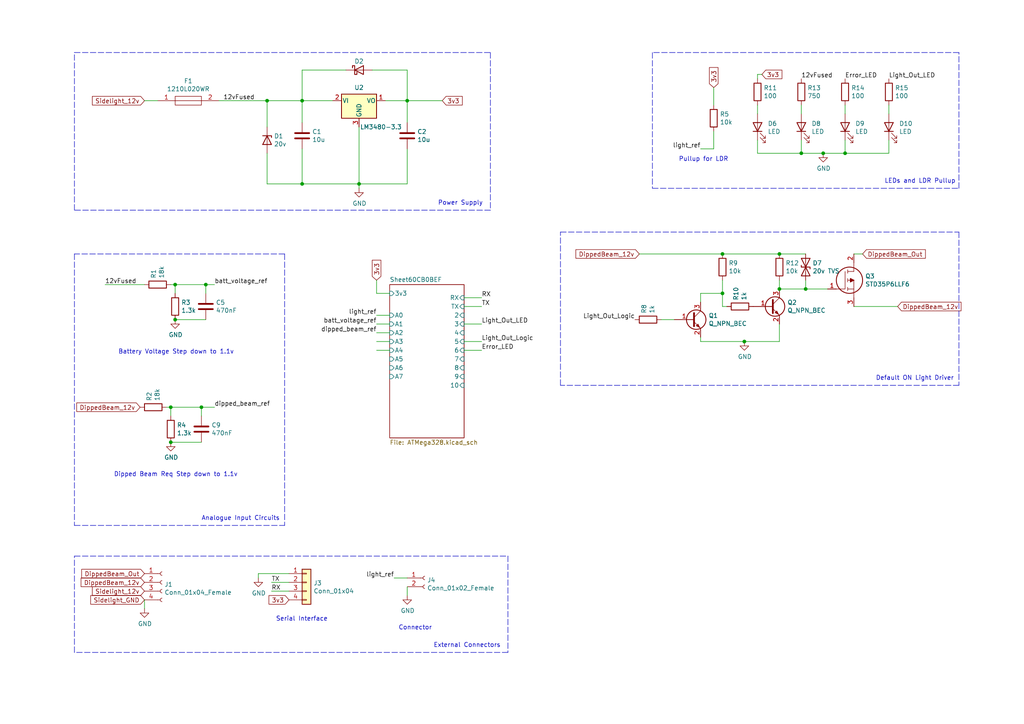
<source format=kicad_sch>
(kicad_sch (version 20211123) (generator eeschema)
  (paper "A4")
  (lib_symbols
    (symbol "Connector:Conn_01x02_Female" (pin_names (offset 1.016) hide)
      (property "Reference" "J" (at 0 2.54 0))
      (property "Value" "Conn_01x02_Female" (at 0 -5.08 0))
      (symbol "Conn_01x02_Female_1_1"
        (arc (start 0 -2.032) (mid -0.508 -2.54) (end 0 -3.048) (stroke (width 0.1524)))
        (polyline (pts (xy -1.27 -2.54) (xy -0.508 -2.54)) (stroke (width 0.1524)))
        (polyline (pts (xy -1.27 0) (xy -0.508 0)) (stroke (width 0.1524)))
        (arc (start 0 0.508) (mid -0.508 0) (end 0 -0.508) (stroke (width 0.1524)))
        (pin passive line (at -5.08 0 0) (length 3.81) (name "Pin_1") (number "1"))
        (pin passive line (at -5.08 -2.54 0) (length 3.81) (name "Pin_2") (number "2"))
      )
    )
    (symbol "Connector:Conn_01x04_Female" (pin_names (offset 1.016) hide)
      (property "Reference" "J" (at 0 5.08 0))
      (property "Value" "Conn_01x04_Female" (at 0 -7.62 0))
      (symbol "Conn_01x04_Female_1_1"
        (arc (start 0 -4.572) (mid -0.508 -5.08) (end 0 -5.588) (stroke (width 0.1524)))
        (arc (start 0 -2.032) (mid -0.508 -2.54) (end 0 -3.048) (stroke (width 0.1524)))
        (polyline (pts (xy -1.27 -5.08) (xy -0.508 -5.08)) (stroke (width 0.1524)))
        (polyline (pts (xy -1.27 -2.54) (xy -0.508 -2.54)) (stroke (width 0.1524)))
        (polyline (pts (xy -1.27 0) (xy -0.508 0)) (stroke (width 0.1524)))
        (polyline (pts (xy -1.27 2.54) (xy -0.508 2.54)) (stroke (width 0.1524)))
        (arc (start 0 0.508) (mid -0.508 0) (end 0 -0.508) (stroke (width 0.1524)))
        (arc (start 0 3.048) (mid -0.508 2.54) (end 0 2.032) (stroke (width 0.1524)))
        (pin passive line (at -5.08 2.54 0) (length 3.81) (name "Pin_1") (number "1"))
        (pin passive line (at -5.08 0 0) (length 3.81) (name "Pin_2") (number "2"))
        (pin passive line (at -5.08 -2.54 0) (length 3.81) (name "Pin_3") (number "3"))
        (pin passive line (at -5.08 -5.08 0) (length 3.81) (name "Pin_4") (number "4"))
      )
    )
    (symbol "Connector_Generic:Conn_01x04" (pin_names (offset 1.016) hide)
      (property "Reference" "J" (at 0 5.08 0))
      (property "Value" "Conn_01x04" (at 0 -7.62 0))
      (symbol "Conn_01x04_1_1"
        (rectangle (start -1.27 -4.953) (end 0 -5.207) (stroke (width 0.1524)))
        (rectangle (start -1.27 -2.413) (end 0 -2.667) (stroke (width 0.1524)))
        (rectangle (start -1.27 0.127) (end 0 -0.127) (stroke (width 0.1524)))
        (rectangle (start -1.27 2.667) (end 0 2.413) (stroke (width 0.1524)))
        (rectangle (start -1.27 3.81) (end 1.27 -6.35) (stroke (width 0.254)) (fill (type background)))
        (pin passive line (at -5.08 2.54 0) (length 3.81) (name "Pin_1") (number "1"))
        (pin passive line (at -5.08 0 0) (length 3.81) (name "Pin_2") (number "2"))
        (pin passive line (at -5.08 -2.54 0) (length 3.81) (name "Pin_3") (number "3"))
        (pin passive line (at -5.08 -5.08 0) (length 3.81) (name "Pin_4") (number "4"))
      )
    )
    (symbol "Device:C" (pin_numbers hide) (pin_names (offset 0.254))
      (property "Reference" "C" (at 0.635 2.54 0))
      (property "Value" "C" (at 0.635 -2.54 0))
      (symbol "C_0_1"
        (polyline (pts (xy -2.032 -0.762) (xy 2.032 -0.762)) (stroke (width 0.508)))
        (polyline (pts (xy -2.032 0.762) (xy 2.032 0.762)) (stroke (width 0.508)))
      )
      (symbol "C_1_1"
        (pin passive line (at 0 3.81 270) (length 2.794) (name "~") (number "1"))
        (pin passive line (at 0 -3.81 90) (length 2.794) (name "~") (number "2"))
      )
    )
    (symbol "Device:D_Schottky" (pin_numbers hide) (pin_names (offset 1.016) hide)
      (property "Reference" "D" (at 0 2.54 0))
      (property "Value" "D_Schottky" (at 0 -2.54 0))
      (symbol "D_Schottky_0_1"
        (polyline (pts (xy 1.27 0) (xy -1.27 0)))
        (polyline (pts (xy 1.27 1.27) (xy 1.27 -1.27) (xy -1.27 0) (xy 1.27 1.27)) (stroke (width 0.254)))
        (polyline (pts (xy -1.905 0.635) (xy -1.905 1.27) (xy -1.27 1.27) (xy -1.27 -1.27) (xy -0.635 -1.27) (xy -0.635 -0.635)) (stroke (width 0.254)))
      )
      (symbol "D_Schottky_1_1"
        (pin passive line (at -3.81 0 0) (length 2.54) (name "K") (number "1"))
        (pin passive line (at 3.81 0 180) (length 2.54) (name "A") (number "2"))
      )
    )
    (symbol "Device:D_TVS" (pin_numbers hide) (pin_names (offset 1.016) hide)
      (property "Reference" "D" (at 0 2.54 0))
      (property "Value" "D_TVS" (at 0 -2.54 0))
      (symbol "D_TVS_0_1"
        (polyline (pts (xy 1.27 0) (xy -1.27 0)))
        (polyline (pts (xy 0.508 1.27) (xy 0 1.27) (xy 0 -1.27) (xy -0.508 -1.27)) (stroke (width 0.254)))
        (polyline (pts (xy -2.54 1.27) (xy -2.54 -1.27) (xy 2.54 1.27) (xy 2.54 -1.27) (xy -2.54 1.27)) (stroke (width 0.254)))
      )
      (symbol "D_TVS_1_1"
        (pin passive line (at -3.81 0 0) (length 2.54) (name "A1") (number "1"))
        (pin passive line (at 3.81 0 180) (length 2.54) (name "A2") (number "2"))
      )
    )
    (symbol "Device:D_Zener" (pin_numbers hide) (pin_names (offset 1.016) hide)
      (property "Reference" "D" (at 0 2.54 0))
      (property "Value" "D_Zener" (at 0 -2.54 0))
      (symbol "D_Zener_0_1"
        (polyline (pts (xy 1.27 0) (xy -1.27 0)))
        (polyline (pts (xy -1.27 -1.27) (xy -1.27 1.27) (xy -0.762 1.27)) (stroke (width 0.254)))
        (polyline (pts (xy 1.27 -1.27) (xy 1.27 1.27) (xy -1.27 0) (xy 1.27 -1.27)) (stroke (width 0.254)))
      )
      (symbol "D_Zener_1_1"
        (pin passive line (at -3.81 0 0) (length 2.54) (name "K") (number "1"))
        (pin passive line (at 3.81 0 180) (length 2.54) (name "A") (number "2"))
      )
    )
    (symbol "Device:LED" (pin_numbers hide) (pin_names (offset 1.016) hide)
      (property "Reference" "D" (at 0 2.54 0))
      (property "Value" "LED" (at 0 -2.54 0))
      (symbol "LED_0_1"
        (polyline (pts (xy -1.27 -1.27) (xy -1.27 1.27)) (stroke (width 0.254)))
        (polyline (pts (xy -1.27 0) (xy 1.27 0)))
        (polyline (pts (xy 1.27 -1.27) (xy 1.27 1.27) (xy -1.27 0) (xy 1.27 -1.27)) (stroke (width 0.254)))
        (polyline (pts (xy -3.048 -0.762) (xy -4.572 -2.286) (xy -3.81 -2.286) (xy -4.572 -2.286) (xy -4.572 -1.524)))
        (polyline (pts (xy -1.778 -0.762) (xy -3.302 -2.286) (xy -2.54 -2.286) (xy -3.302 -2.286) (xy -3.302 -1.524)))
      )
      (symbol "LED_1_1"
        (pin passive line (at -3.81 0 0) (length 2.54) (name "K") (number "1"))
        (pin passive line (at 3.81 0 180) (length 2.54) (name "A") (number "2"))
      )
    )
    (symbol "Device:Q_NPN_BEC" (pin_names (offset 0) hide)
      (property "Reference" "Q" (at 5.08 1.27 0))
      (property "Value" "Q_NPN_BEC" (at 5.08 -1.27 0))
      (symbol "Q_NPN_BEC_0_1"
        (polyline (pts (xy 0.635 0.635) (xy 2.54 2.54)))
        (polyline (pts (xy 0.635 -0.635) (xy 2.54 -2.54) (xy 2.54 -2.54)))
        (polyline (pts (xy 0.635 1.905) (xy 0.635 -1.905) (xy 0.635 -1.905)) (stroke (width 0.508)))
        (polyline (pts (xy 1.27 -1.778) (xy 1.778 -1.27) (xy 2.286 -2.286) (xy 1.27 -1.778) (xy 1.27 -1.778)) (fill (type outline)))
        (circle (center 1.27 0) (radius 2.8194) (stroke (width 0.254)))
      )
      (symbol "Q_NPN_BEC_1_1"
        (pin input line (at -5.08 0 0) (length 5.715) (name "B") (number "1"))
        (pin passive line (at 2.54 -5.08 90) (length 2.54) (name "E") (number "2"))
        (pin passive line (at 2.54 5.08 270) (length 2.54) (name "C") (number "3"))
      )
    )
    (symbol "Device:R" (pin_numbers hide) (pin_names (offset 0))
      (property "Reference" "R" (at 2.032 0 90))
      (property "Value" "R" (at 0 0 90))
      (symbol "R_0_1"
        (rectangle (start -1.016 -2.54) (end 1.016 2.54) (stroke (width 0.254)))
      )
      (symbol "R_1_1"
        (pin passive line (at 0 3.81 270) (length 1.27) (name "~") (number "1"))
        (pin passive line (at 0 -3.81 90) (length 1.27) (name "~") (number "2"))
      )
    )
    (symbol "LightMinderSMD-rescue:1210L020WR-SamacSys_Parts" (pin_names (offset 0.762))
      (property "Reference" "F" (at 13.97 6.35 0))
      (property "Value" "1210L020WR-SamacSys_Parts" (at 13.97 3.81 0))
      (symbol "1210L020WR-SamacSys_Parts_0_0"
        (pin passive line (at 0 0 0) (length 5.08) (name "~") (number "1"))
        (pin passive line (at 17.78 0 180) (length 5.08) (name "~") (number "2"))
      )
      (symbol "1210L020WR-SamacSys_Parts_0_1"
        (polyline (pts (xy 5.08 0) (xy 12.7 0)) (stroke (width 0.1524)))
        (polyline (pts (xy 5.08 1.27) (xy 12.7 1.27) (xy 12.7 -1.27) (xy 5.08 -1.27) (xy 5.08 1.27)) (stroke (width 0.1524)))
      )
    )
    (symbol "LightMinderSMD-rescue:STD35P6LLF6-SamacSys_Parts" (pin_names (offset 0.762))
      (property "Reference" "Q" (at 11.43 3.81 0))
      (property "Value" "STD35P6LLF6-SamacSys_Parts" (at 11.43 1.27 0))
      (symbol "STD35P6LLF6-SamacSys_Parts_0_0"
        (pin passive line (at 0 0 0) (length 2.54) (name "~") (number "1"))
        (pin passive line (at 7.62 10.16 270) (length 2.54) (name "~") (number "2"))
        (pin passive line (at 7.62 -5.08 90) (length 2.54) (name "~") (number "3"))
      )
      (symbol "STD35P6LLF6-SamacSys_Parts_0_1"
        (polyline (pts (xy 5.842 -0.508) (xy 5.842 0.508)) (stroke (width 0.1524)))
        (polyline (pts (xy 5.842 0) (xy 7.62 0)) (stroke (width 0.1524)))
        (polyline (pts (xy 5.842 2.032) (xy 5.842 3.048)) (stroke (width 0.1524)))
        (polyline (pts (xy 5.842 5.588) (xy 5.842 4.572)) (stroke (width 0.1524)))
        (polyline (pts (xy 7.62 2.54) (xy 5.842 2.54)) (stroke (width 0.1524)))
        (polyline (pts (xy 7.62 2.54) (xy 7.62 -2.54)) (stroke (width 0.1524)))
        (polyline (pts (xy 7.62 5.08) (xy 5.842 5.08)) (stroke (width 0.1524)))
        (polyline (pts (xy 7.62 5.08) (xy 7.62 7.62)) (stroke (width 0.1524)))
        (polyline (pts (xy 2.54 0) (xy 5.08 0) (xy 5.08 5.08)) (stroke (width 0.1524)))
        (polyline (pts (xy 7.62 2.54) (xy 6.604 3.048) (xy 6.604 2.032) (xy 7.62 2.54)) (stroke (width 0.254)) (fill (type outline)))
        (circle (center 6.35 2.54) (radius 3.81) (stroke (width 0.254)))
      )
    )
    (symbol "Regulator_Linear:LM3480-3.3" (pin_names (offset 0.254))
      (property "Reference" "U" (at -3.81 3.175 0))
      (property "Value" "LM3480-3.3" (at 0 3.175 0))
      (symbol "LM3480-3.3_0_1"
        (rectangle (start -5.08 1.905) (end 5.08 -5.08) (stroke (width 0.254)) (fill (type background)))
      )
      (symbol "LM3480-3.3_1_1"
        (pin power_out line (at 7.62 0 180) (length 2.54) (name "VO") (number "1"))
        (pin power_in line (at -7.62 0 0) (length 2.54) (name "VI") (number "2"))
        (pin power_in line (at 0 -7.62 90) (length 2.54) (name "GND") (number "3"))
      )
    )
    (symbol "power:GND" (power) (pin_names (offset 0))
      (property "Value" "GND" (at 0 -3.81 0))
      (symbol "GND_0_1"
        (polyline (pts (xy 0 0) (xy 0 -1.27) (xy 1.27 -1.27) (xy 0 -2.54) (xy -1.27 -1.27) (xy 0 -1.27)))
      )
      (symbol "GND_1_1"
        (pin power_in line (at 0 0 270) (length 0) hide (name "GND") (number "1"))
      )
    )
  )
  (junction (at 233.68 83.82))
  (junction (at 49.53 118.11))
  (junction (at 59.69 82.55))
  (junction (at 245.11 44.45))
  (junction (at 232.41 44.45))
  (junction (at 50.8 82.55))
  (junction (at 215.9 99.06))
  (junction (at 209.55 85.09))
  (junction (at 226.06 73.66))
  (junction (at 50.8 92.71))
  (junction (at 77.47 29.21))
  (junction (at 118.11 29.21))
  (junction (at 104.14 53.34))
  (junction (at 49.53 128.27))
  (junction (at 87.63 53.34))
  (junction (at 87.63 29.21))
  (junction (at 238.76 44.45))
  (junction (at 209.55 73.66))
  (junction (at 226.06 83.82))
  (junction (at 58.42 118.11))
  (wire (pts (xy 219.71 40.64) (xy 219.71 44.45)))
  (wire (pts (xy 245.11 44.45) (xy 238.76 44.45)))
  (wire (pts (xy 203.2 99.06) (xy 215.9 99.06)))
  (polyline (pts (xy 82.55 73.66) (xy 82.55 152.4)))
  (wire (pts (xy 50.8 82.55) (xy 50.8 85.09)))
  (wire (pts (xy 77.47 29.21) (xy 87.63 29.21)))
  (wire (pts (xy 233.68 81.28) (xy 233.68 83.82)))
  (wire (pts (xy 118.11 20.32) (xy 118.11 29.21)))
  (polyline (pts (xy 82.55 73.66) (xy 21.59 73.66)))
  (wire (pts (xy 104.14 54.61) (xy 104.14 53.34)))
  (wire (pts (xy 87.63 20.32) (xy 87.63 29.21)))
  (wire (pts (xy 74.93 166.37) (xy 74.93 167.64)))
  (wire (pts (xy 74.93 166.37) (xy 83.82 166.37)))
  (wire (pts (xy 50.8 82.55) (xy 59.69 82.55)))
  (wire (pts (xy 226.06 81.28) (xy 226.06 83.82)))
  (wire (pts (xy 209.55 73.66) (xy 226.06 73.66)))
  (wire (pts (xy 128.27 29.21) (xy 118.11 29.21)))
  (wire (pts (xy 30.48 82.55) (xy 41.91 82.55)))
  (polyline (pts (xy 278.13 111.76) (xy 162.56 111.76)))
  (wire (pts (xy 233.68 83.82) (xy 240.03 83.82)))
  (wire (pts (xy 87.63 29.21) (xy 87.63 35.56)))
  (wire (pts (xy 245.11 33.02) (xy 245.11 30.48)))
  (polyline (pts (xy 278.13 67.31) (xy 278.13 111.76)))
  (wire (pts (xy 134.62 99.06) (xy 139.7 99.06)))
  (wire (pts (xy 257.81 44.45) (xy 257.81 40.64)))
  (wire (pts (xy 59.69 85.09) (xy 59.69 82.55)))
  (polyline (pts (xy 142.24 15.24) (xy 142.24 60.96)))
  (wire (pts (xy 77.47 53.34) (xy 87.63 53.34)))
  (polyline (pts (xy 278.13 54.61) (xy 278.13 15.24)))
  (wire (pts (xy 118.11 35.56) (xy 118.11 29.21)))
  (wire (pts (xy 207.01 38.1) (xy 207.01 43.18)))
  (polyline (pts (xy 21.59 73.66) (xy 21.59 152.4)))
  (wire (pts (xy 226.06 83.82) (xy 233.68 83.82)))
  (wire (pts (xy 232.41 44.45) (xy 219.71 44.45)))
  (wire (pts (xy 59.69 92.71) (xy 50.8 92.71)))
  (polyline (pts (xy 21.59 15.24) (xy 142.24 15.24)))
  (wire (pts (xy 219.71 33.02) (xy 219.71 30.48)))
  (polyline (pts (xy 142.24 60.96) (xy 21.59 60.96)))
  (wire (pts (xy 118.11 53.34) (xy 118.11 43.18)))
  (wire (pts (xy 87.63 43.18) (xy 87.63 53.34)))
  (wire (pts (xy 78.74 168.91) (xy 83.82 168.91)))
  (wire (pts (xy 113.03 85.09) (xy 109.22 85.09)))
  (polyline (pts (xy 21.59 189.23) (xy 21.59 161.29)))
  (wire (pts (xy 111.76 29.21) (xy 118.11 29.21)))
  (wire (pts (xy 96.52 29.21) (xy 87.63 29.21)))
  (wire (pts (xy 134.62 93.98) (xy 139.7 93.98)))
  (wire (pts (xy 185.42 73.66) (xy 209.55 73.66)))
  (wire (pts (xy 245.11 40.64) (xy 245.11 44.45)))
  (wire (pts (xy 245.11 44.45) (xy 257.81 44.45)))
  (wire (pts (xy 109.22 99.06) (xy 113.03 99.06)))
  (wire (pts (xy 41.91 173.99) (xy 41.91 176.53)))
  (wire (pts (xy 48.26 118.11) (xy 49.53 118.11)))
  (wire (pts (xy 203.2 87.63) (xy 203.2 85.09)))
  (wire (pts (xy 49.53 118.11) (xy 58.42 118.11)))
  (wire (pts (xy 226.06 73.66) (xy 233.68 73.66)))
  (polyline (pts (xy 21.59 152.4) (xy 82.55 152.4)))
  (wire (pts (xy 109.22 93.98) (xy 113.03 93.98)))
  (wire (pts (xy 100.33 20.32) (xy 87.63 20.32)))
  (wire (pts (xy 113.03 101.6) (xy 109.22 101.6)))
  (wire (pts (xy 209.55 88.9) (xy 210.82 88.9)))
  (wire (pts (xy 78.74 171.45) (xy 83.82 171.45)))
  (wire (pts (xy 247.65 73.66) (xy 250.19 73.66)))
  (wire (pts (xy 134.62 101.6) (xy 139.7 101.6)))
  (wire (pts (xy 139.7 86.36) (xy 134.62 86.36)))
  (wire (pts (xy 203.2 97.79) (xy 203.2 99.06)))
  (wire (pts (xy 104.14 36.83) (xy 104.14 53.34)))
  (wire (pts (xy 139.7 88.9) (xy 134.62 88.9)))
  (wire (pts (xy 238.76 44.45) (xy 232.41 44.45)))
  (wire (pts (xy 232.41 33.02) (xy 232.41 30.48)))
  (wire (pts (xy 49.53 82.55) (xy 50.8 82.55)))
  (wire (pts (xy 49.53 118.11) (xy 49.53 120.65)))
  (wire (pts (xy 118.11 170.18) (xy 118.11 172.72)))
  (wire (pts (xy 118.11 167.64) (xy 114.3 167.64)))
  (wire (pts (xy 232.41 40.64) (xy 232.41 44.45)))
  (wire (pts (xy 203.2 85.09) (xy 209.55 85.09)))
  (wire (pts (xy 257.81 33.02) (xy 257.81 30.48)))
  (wire (pts (xy 219.71 21.59) (xy 219.71 22.86)))
  (wire (pts (xy 203.2 43.18) (xy 207.01 43.18)))
  (polyline (pts (xy 189.23 54.61) (xy 278.13 54.61)))
  (wire (pts (xy 109.22 91.44) (xy 113.03 91.44)))
  (wire (pts (xy 215.9 99.06) (xy 226.06 99.06)))
  (wire (pts (xy 226.06 99.06) (xy 226.06 93.98)))
  (wire (pts (xy 58.42 118.11) (xy 62.23 118.11)))
  (wire (pts (xy 59.69 82.55) (xy 62.23 82.55)))
  (wire (pts (xy 220.98 21.59) (xy 219.71 21.59)))
  (wire (pts (xy 77.47 53.34) (xy 77.47 44.45)))
  (polyline (pts (xy 189.23 15.24) (xy 189.23 54.61)))
  (wire (pts (xy 87.63 53.34) (xy 104.14 53.34)))
  (wire (pts (xy 207.01 25.4) (xy 207.01 30.48)))
  (polyline (pts (xy 21.59 161.29) (xy 147.32 161.29)))
  (wire (pts (xy 58.42 120.65) (xy 58.42 118.11)))
  (wire (pts (xy 104.14 53.34) (xy 118.11 53.34)))
  (polyline (pts (xy 147.32 161.29) (xy 147.32 189.23)))
  (wire (pts (xy 63.5 29.21) (xy 77.47 29.21)))
  (wire (pts (xy 209.55 81.28) (xy 209.55 85.09)))
  (wire (pts (xy 58.42 128.27) (xy 49.53 128.27)))
  (wire (pts (xy 109.22 96.52) (xy 113.03 96.52)))
  (wire (pts (xy 209.55 85.09) (xy 209.55 88.9)))
  (polyline (pts (xy 278.13 15.24) (xy 189.23 15.24)))
  (wire (pts (xy 109.22 81.28) (xy 109.22 85.09)))
  (wire (pts (xy 247.65 88.9) (xy 260.35 88.9)))
  (polyline (pts (xy 162.56 67.31) (xy 278.13 67.31)))
  (polyline (pts (xy 21.59 60.96) (xy 21.59 15.24)))
  (wire (pts (xy 77.47 36.83) (xy 77.47 29.21)))
  (wire (pts (xy 191.77 92.71) (xy 195.58 92.71)))
  (wire (pts (xy 107.95 20.32) (xy 118.11 20.32)))
  (wire (pts (xy 45.72 29.21) (xy 41.91 29.21)))
  (polyline (pts (xy 162.56 111.76) (xy 162.56 67.31)))
  (polyline (pts (xy 147.32 189.23) (xy 21.59 189.23)))
  (text "V0.4 Changelog:\n- Added reverse currrent protection to LDO vi Schottkey Diode\n- Moved Light_Out_Logic and Error_Led Nets to PWM capable MCU pins" (at 302.26 22.86 0) (effects (font (size 1.27 1.27)) (justify left bottom)))
  (text "Pullup for LDR" (at 196.85 46.99 0) (effects (font (size 1.27 1.27)) (justify left bottom)))
  (text "TODO:\nAdd thermistor next to MOSFET to check for overheating.\nFind a lower Ron MOSFET!\n" (at 302.26 12.7 0) (effects (font (size 1.27 1.27)) (justify left bottom)))
  (text "Power Supply" (at 127 59.69 0) (effects (font (size 1.27 1.27)) (justify left bottom)))
  (text "Dipped Beam Req Step down to 1.1v" (at 33.02 138.43 0) (effects (font (size 1.27 1.27)) (justify left bottom)))
  (text "Default ON Light Driver" (at 254 110.49 0) (effects (font (size 1.27 1.27)) (justify left bottom)))
  (text "LEDs and LDR Pullup" (at 256.54 53.34 0) (effects (font (size 1.27 1.27)) (justify left bottom)))
  (text "Connector" (at 115.57 182.88 0) (effects (font (size 1.27 1.27)) (justify left bottom)))
  (text "Analogue Input Circuits" (at 58.42 151.13 0) (effects (font (size 1.27 1.27)) (justify left bottom)))
  (text "Battery Voltage Step down to 1.1v" (at 34.29 102.87 0) (effects (font (size 1.27 1.27)) (justify left bottom)))
  (text "External Connectors" (at 125.73 187.96 0) (effects (font (size 1.27 1.27)) (justify left bottom)))
  (text "Serial Interface" (at 80.01 180.34 0) (effects (font (size 1.27 1.27)) (justify left bottom)))
  (label "12vFused" (at 232.41 22.86 0))
  (label "dipped_beam_ref" (at 109.22 96.52 180))
  (label "Light_Out_LED" (at 139.7 93.98 0))
  (label "12vFused" (at 30.48 82.55 0))
  (label "TX" (at 78.74 168.91 0))
  (label "12vFused" (at 64.77 29.21 0))
  (label "light_ref" (at 114.3 167.64 180))
  (label "RX" (at 78.74 171.45 0))
  (label "batt_voltage_ref" (at 62.23 82.55 0))
  (label "light_ref" (at 109.22 91.44 180))
  (label "Light_Out_Logic" (at 139.7 99.06 0))
  (label "batt_voltage_ref" (at 109.22 93.98 180))
  (label "light_ref" (at 203.2 43.18 180))
  (label "Light_Out_LED" (at 257.81 22.86 0))
  (label "Light_Out_Logic" (at 184.15 92.71 180))
  (label "Error_LED" (at 139.7 101.6 0))
  (label "RX" (at 139.7 86.36 0))
  (label "TX" (at 139.7 88.9 0))
  (label "dipped_beam_ref" (at 62.23 118.11 0))
  (label "Error_LED" (at 245.11 22.86 0))
  (global_label "Sidelight_12v" (shape input) (at 41.91 171.45 180) (property "Intersheet References" "${INTERSHEET_REFS}" (effects hide)))
  (global_label "3v3" (shape input) (at 109.22 81.28 90) (property "Intersheet References" "${INTERSHEET_REFS}" (effects hide)))
  (global_label "DippedBeam_12v" (shape input) (at 41.91 168.91 180) (property "Intersheet References" "${INTERSHEET_REFS}" (effects hide)))
  (global_label "3v3" (shape input) (at 207.01 25.4 90) (property "Intersheet References" "${INTERSHEET_REFS}" (effects hide)))
  (global_label "3v3" (shape input) (at 128.27 29.21 0) (property "Intersheet References" "${INTERSHEET_REFS}" (effects hide)))
  (global_label "Sidelight_GND" (shape input) (at 41.91 173.99 180) (property "Intersheet References" "${INTERSHEET_REFS}" (effects hide)))
  (global_label "DippedBeam_12v" (shape input) (at 260.35 88.9 0) (property "Intersheet References" "${INTERSHEET_REFS}" (effects hide)))
  (global_label "3v3" (shape input) (at 83.82 173.99 180) (property "Intersheet References" "${INTERSHEET_REFS}" (effects hide)))
  (global_label "DippedBeam_Out" (shape input) (at 41.91 166.37 180) (property "Intersheet References" "${INTERSHEET_REFS}" (effects hide)))
  (global_label "DippedBeam_12v" (shape input) (at 40.64 118.11 180) (property "Intersheet References" "${INTERSHEET_REFS}" (effects hide)))
  (global_label "DippedBeam_Out" (shape input) (at 250.19 73.66 0) (property "Intersheet References" "${INTERSHEET_REFS}" (effects hide)))
  (global_label "Sidelight_12v" (shape input) (at 41.91 29.21 180) (property "Intersheet References" "${INTERSHEET_REFS}" (effects hide)))
  (global_label "DippedBeam_12v" (shape input) (at 185.42 73.66 180) (property "Intersheet References" "${INTERSHEET_REFS}" (effects hide)))
  (global_label "3v3" (shape input) (at 220.98 21.59 0) (property "Intersheet References" "${INTERSHEET_REFS}" (effects hide)))
  (symbol (lib_id "Device:R") (at 45.72 82.55 90) (unit 1)
    (property "Reference" "R1" (at 44.5516 80.772 0) (effects (justify left)))
    (property "Value" "18k" (at 46.863 80.772 0) (effects (justify left)))
    (property "Footprint" "Resistor_SMD:R_0603_1608Metric" (effects hide))
  )
  (symbol (lib_id "Device:R") (at 50.8 88.9 0) (unit 1)
    (property "Reference" "R3" (at 52.578 87.7316 0) (effects (justify left)))
    (property "Value" "1.3k" (at 52.578 90.043 0) (effects (justify left)))
    (property "Footprint" "Resistor_SMD:R_0603_1608Metric" (effects hide))
  )
  (symbol (lib_id "Device:C") (at 87.63 39.37 0) (unit 1)
    (property "Reference" "C1" (at 90.551 38.2016 0) (effects (justify left)))
    (property "Value" "10u" (at 90.551 40.513 0) (effects (justify left)))
    (property "Footprint" "Capacitor_SMD:C_0603_1608Metric" (effects hide))
    (property "Datasheet" "https://uk.rs-online.com/web/p/tantalum-capacitors/6843901/" (effects hide))
  )
  (symbol (lib_id "Device:C") (at 118.11 39.37 0) (unit 1)
    (property "Reference" "C2" (at 121.031 38.2016 0) (effects (justify left)))
    (property "Value" "10u" (at 121.031 40.513 0) (effects (justify left)))
    (property "Footprint" "Capacitor_SMD:C_0603_1608Metric" (effects hide))
  )
  (symbol (lib_id "Device:R") (at 49.53 124.46 0) (unit 1)
    (property "Reference" "R4" (at 51.308 123.2916 0) (effects (justify left)))
    (property "Value" "1.3k" (at 51.308 125.603 0) (effects (justify left)))
    (property "Footprint" "Resistor_SMD:R_0603_1608Metric" (effects hide))
  )
  (symbol (lib_id "power:GND") (at 50.8 92.71 0) (unit 1)
    (property "Reference" "#PWR0102" (effects hide))
    (property "Value" "GND" (at 50.927 97.1042 0))
  )
  (symbol (lib_id "power:GND") (at 118.11 172.72 0) (unit 1)
    (property "Reference" "#PWR0108" (effects hide))
    (property "Value" "GND" (at 118.237 177.1142 0))
  )
  (symbol (lib_id "power:GND") (at 104.14 54.61 0) (unit 1)
    (property "Reference" "#PWR0101" (effects hide))
    (property "Value" "GND" (at 104.267 59.0042 0))
  )
  (symbol (lib_id "Device:D_Zener") (at 77.47 40.64 270) (unit 1)
    (property "Reference" "D1" (at 79.4766 39.4716 90) (effects (justify left)))
    (property "Value" "20v" (at 79.4766 41.783 90) (effects (justify left)))
    (property "Footprint" "Diode_SMD:D_SOD-323F" (effects hide))
    (property "Datasheet" "https://docs.rs-online.com/5cb5/0900766b815f3866.pdf" (effects hide))
    (property "RS PN" "151-2826" (effects hide))
  )
  (symbol (lib_id "power:GND") (at 74.93 167.64 0) (unit 1)
    (property "Reference" "#PWR0114" (effects hide))
    (property "Value" "GND" (at 75.057 172.0342 0))
  )
  (symbol (lib_id "Device:R") (at 207.01 34.29 0) (unit 1)
    (property "Reference" "R5" (at 208.788 33.1216 0) (effects (justify left)))
    (property "Value" "10k" (at 208.788 35.433 0) (effects (justify left)))
    (property "Footprint" "Resistor_SMD:R_0603_1608Metric" (effects hide))
  )
  (symbol (lib_id "Device:R") (at 44.45 118.11 90) (unit 1)
    (property "Reference" "R2" (at 43.2816 116.332 0) (effects (justify left)))
    (property "Value" "18k" (at 45.593 116.332 0) (effects (justify left)))
    (property "Footprint" "Resistor_SMD:R_0603_1608Metric" (effects hide))
  )
  (symbol (lib_id "power:GND") (at 49.53 128.27 0) (unit 1)
    (property "Reference" "#PWR0103" (effects hide))
    (property "Value" "GND" (at 49.657 132.6642 0))
  )
  (symbol (lib_id "LightMinderSMD-rescue:1210L020WR-SamacSys_Parts") (at 45.72 29.21 0) (unit 1)
    (property "Reference" "F1" (at 54.61 23.495 0))
    (property "Value" "1210L020WR" (at 54.61 25.8064 0))
    (property "Footprint" "SamacSys_Parts:FUSC3226X100N" (effects hide))
    (property "Datasheet" "http://uk.rs-online.com/web/p/products/7874192P" (effects hide))
    (property "Description" "Littelfuse 0.2A Surface Mount Resettable Fuse, 30V dc" (effects hide))
    (property "Height" "1" (effects hide))
    (property "RS Part Number" "7874192P" (effects hide))
    (property "RS Price/Stock" "http://uk.rs-online.com/web/p/products/7874192P" (effects hide))
    (property "Manufacturer_Name" "LITTELFUSE" (effects hide))
    (property "Manufacturer_Part_Number" "1210L020WR" (effects hide))
    (property "Allied_Number" "70519388" (effects hide))
  )
  (symbol (lib_id "power:GND") (at 215.9 99.06 0) (unit 1)
    (property "Reference" "#PWR0104" (effects hide))
    (property "Value" "GND" (at 216.027 103.4542 0))
  )
  (symbol (lib_id "Device:R") (at 209.55 77.47 0) (unit 1)
    (property "Reference" "R9" (at 211.328 76.3016 0) (effects (justify left)))
    (property "Value" "10k" (at 211.328 78.613 0) (effects (justify left)))
    (property "Footprint" "Resistor_SMD:R_0603_1608Metric" (effects hide))
    (property "Datasheet" "https://datasheet.lcsc.com/lcsc/1809301717_UNI-ROYAL-Uniroyal-Elec-0402WGF1002TCE_C25744.pdf" (effects hide))
    (property "LSCS" "C25744" (effects hide))
  )
  (symbol (lib_id "Device:R") (at 187.96 92.71 90) (unit 1)
    (property "Reference" "R8" (at 186.7916 90.932 0) (effects (justify left)))
    (property "Value" "1k" (at 189.103 90.932 0) (effects (justify left)))
    (property "Footprint" "Resistor_SMD:R_0603_1608Metric" (effects hide))
    (property "Datasheet" "https://datasheet.lcsc.com/lcsc/1811132311_UNI-ROYAL-Uniroyal-Elec-0402WGF1001TCE_C11702.pdf" (effects hide))
    (property "LSCS" "C11702" (effects hide))
  )
  (symbol (lib_id "Device:Q_NPN_BEC") (at 200.66 92.71 0) (unit 1)
    (property "Reference" "Q1" (at 205.5114 91.5416 0) (effects (justify left)))
    (property "Value" "Q_NPN_BEC" (at 205.5114 93.853 0) (effects (justify left)))
    (property "Footprint" "SamacSys_Parts:SOT95P240X115-3N" (effects hide))
    (property "Datasheet" "https://datasheet.lcsc.com/szlcsc/Changjiang-Electronics-Tech-CJ-S8050_C2146.pdf" (effects hide))
    (property "LSCS" "C2146" (effects hide))
  )
  (symbol (lib_id "Device:Q_NPN_BEC") (at 223.52 88.9 0) (unit 1)
    (property "Reference" "Q2" (at 228.3714 87.7316 0) (effects (justify left)))
    (property "Value" "Q_NPN_BEC" (at 228.3714 90.043 0) (effects (justify left)))
    (property "Footprint" "SamacSys_Parts:SOT95P240X115-3N" (effects hide))
    (property "Datasheet" "https://datasheet.lcsc.com/szlcsc/Changjiang-Electronics-Tech-CJ-S8050_C2146.pdf" (effects hide))
    (property "LSCS" "C2146" (effects hide))
  )
  (symbol (lib_id "Device:D_TVS") (at 233.68 77.47 270) (unit 1)
    (property "Reference" "D7" (at 235.6866 76.3016 90) (effects (justify left)))
    (property "Value" "20v TVS" (at 235.6866 78.613 90) (effects (justify left)))
    (property "Footprint" "Diode_SMD:D_SMA" (effects hide))
    (property "Datasheet" "https://datasheet.lcsc.com/lcsc/1809211535_MDD-Microdiode-Electronics-SMBJ15CA_C113989.pdf" (effects hide))
    (property "LSCS" "C53512" (effects hide))
  )
  (symbol (lib_id "Device:R") (at 226.06 77.47 0) (unit 1)
    (property "Reference" "R12" (at 227.838 76.3016 0) (effects (justify left)))
    (property "Value" "10k" (at 227.838 78.613 0) (effects (justify left)))
    (property "Footprint" "Resistor_SMD:R_0603_1608Metric" (effects hide))
    (property "Datasheet" "https://datasheet.lcsc.com/lcsc/1809301717_UNI-ROYAL-Uniroyal-Elec-0402WGF1002TCE_C25744.pdf" (effects hide))
    (property "LSCS" "C25744" (effects hide))
  )
  (symbol (lib_id "Device:R") (at 214.63 88.9 90) (unit 1)
    (property "Reference" "R10" (at 213.4616 87.122 0) (effects (justify left)))
    (property "Value" "1k" (at 215.773 87.122 0) (effects (justify left)))
    (property "Footprint" "Resistor_SMD:R_0603_1608Metric" (effects hide))
    (property "Datasheet" "https://datasheet.lcsc.com/lcsc/1811132311_UNI-ROYAL-Uniroyal-Elec-0402WGF1001TCE_C11702.pdf" (effects hide))
    (property "LSCS" "C11702" (effects hide))
  )
  (symbol (lib_id "LightMinderSMD-rescue:STD35P6LLF6-SamacSys_Parts") (at 240.03 83.82 0) (unit 1)
    (property "Reference" "Q3" (at 250.952 80.1116 0) (effects (justify left)))
    (property "Value" "STD35P6LLF6" (at 250.952 82.423 0) (effects (justify left)))
    (property "Footprint" "STD35P6LLF6" (effects hide))
    (property "Datasheet" "http://www.st.com/content/ccc/resource/technical/document/datasheet/group3/8e/46/ef/8c/50/3b/4b/6a/DM00101433/files/DM00101433.pdf/jcr:content/translations/en.DM00101433.pdf" (effects hide))
    (property "Description" "MOSFET P-channel 60 V, 0.025 Ohm typ., 35 A STripFET F6 Power MOSFET in a DPAK package" (effects hide))
    (property "Height" "2.4" (effects hide))
    (property "Manufacturer_Name" "STMicroelectronics" (effects hide))
    (property "Manufacturer_Part_Number" "STD35P6LLF6" (effects hide))
    (property "Mouser Part Number" "511-STD35P6LLF6" (effects hide))
    (property "Mouser Price/Stock" "https://www.mouser.co.uk/ProductDetail/STMicroelectronics/STD35P6LLF6?qs=4b8myOmUP%252Buegir0%252BbuwNQ%3D%3D" (effects hide))
    (property "Arrow Part Number" "STD35P6LLF6" (effects hide))
    (property "Arrow Price/Stock" "https://www.arrow.com/en/products/std35p6llf6/stmicroelectronics" (effects hide))
  )
  (symbol (lib_id "Regulator_Linear:LM3480-3.3") (at 104.14 29.21 0) (unit 1)
    (property "Reference" "U2" (at 104.14 25.4 0))
    (property "Value" "LM3480-3.3" (at 110.49 36.83 0))
    (property "Footprint" "Package_TO_SOT_SMD:SOT-23" (effects hide))
    (property "Datasheet" "http://www.ti.com/lit/ds/symlink/lm3480.pdf" (effects hide))
  )
  (symbol (lib_id "Device:R") (at 232.41 26.67 0) (unit 1)
    (property "Reference" "R13" (at 234.188 25.5016 0) (effects (justify left)))
    (property "Value" "750" (at 234.188 27.813 0) (effects (justify left)))
    (property "Footprint" "Resistor_SMD:R_0603_1608Metric" (effects hide))
  )
  (symbol (lib_id "Device:LED") (at 232.41 36.83 90) (unit 1)
    (property "Reference" "D8" (at 235.3818 35.8394 90) (effects (justify right)))
    (property "Value" "LED" (at 235.3818 38.1508 90) (effects (justify right)))
    (property "Footprint" "LED_SMD:LED_0805_2012Metric_Castellated" (effects hide))
  )
  (symbol (lib_id "Device:R") (at 219.71 26.67 0) (unit 1)
    (property "Reference" "R11" (at 221.488 25.5016 0) (effects (justify left)))
    (property "Value" "100" (at 221.488 27.813 0) (effects (justify left)))
    (property "Footprint" "Resistor_SMD:R_0603_1608Metric" (effects hide))
  )
  (symbol (lib_id "Device:LED") (at 219.71 36.83 90) (unit 1)
    (property "Reference" "D6" (at 222.6818 35.8394 90) (effects (justify right)))
    (property "Value" "LED" (at 222.6818 38.1508 90) (effects (justify right)))
    (property "Footprint" "LED_SMD:LED_0805_2012Metric_Castellated" (effects hide))
  )
  (symbol (lib_id "Device:R") (at 245.11 26.67 0) (unit 1)
    (property "Reference" "R14" (at 246.888 25.5016 0) (effects (justify left)))
    (property "Value" "100" (at 246.888 27.813 0) (effects (justify left)))
    (property "Footprint" "Resistor_SMD:R_0603_1608Metric" (effects hide))
  )
  (symbol (lib_id "Device:LED") (at 245.11 36.83 90) (unit 1)
    (property "Reference" "D9" (at 248.0818 35.8394 90) (effects (justify right)))
    (property "Value" "LED" (at 248.0818 38.1508 90) (effects (justify right)))
    (property "Footprint" "LED_SMD:LED_0805_2012Metric_Castellated" (effects hide))
  )
  (symbol (lib_id "Device:R") (at 257.81 26.67 0) (unit 1)
    (property "Reference" "R15" (at 259.588 25.5016 0) (effects (justify left)))
    (property "Value" "100" (at 259.588 27.813 0) (effects (justify left)))
    (property "Footprint" "Resistor_SMD:R_0603_1608Metric" (effects hide))
  )
  (symbol (lib_id "Device:LED") (at 257.81 36.83 90) (unit 1)
    (property "Reference" "D10" (at 260.7818 35.8394 90) (effects (justify right)))
    (property "Value" "LED" (at 260.7818 38.1508 90) (effects (justify right)))
    (property "Footprint" "LED_SMD:LED_0805_2012Metric_Castellated" (effects hide))
  )
  (symbol (lib_id "power:GND") (at 238.76 44.45 0) (unit 1)
    (property "Reference" "#PWR0105" (effects hide))
    (property "Value" "GND" (at 238.887 48.8442 0))
  )
  (symbol (lib_id "Connector:Conn_01x04_Female") (at 46.99 168.91 0) (unit 1)
    (property "Reference" "J1" (at 47.7012 169.5196 0) (effects (justify left)))
    (property "Value" "Conn_01x04_Female" (at 47.7012 171.831 0) (effects (justify left)))
    (property "Footprint" "Connector_PinHeader_2.54mm:PinHeader_1x04_P2.54mm_Vertical" (effects hide))
  )
  (symbol (lib_id "Connector:Conn_01x02_Female") (at 123.19 167.64 0) (unit 1)
    (property "Reference" "J4" (at 123.9012 168.2496 0) (effects (justify left)))
    (property "Value" "Conn_01x02_Female" (at 123.9012 170.561 0) (effects (justify left)))
    (property "Footprint" "Connector_PinHeader_2.54mm:PinHeader_1x02_P2.54mm_Vertical" (effects hide))
  )
  (symbol (lib_id "Device:C") (at 59.69 88.9 0) (unit 1)
    (property "Reference" "C5" (at 62.611 87.7316 0) (effects (justify left)))
    (property "Value" "470nF" (at 62.611 90.043 0) (effects (justify left)))
    (property "Footprint" "Capacitor_SMD:C_0603_1608Metric" (effects hide))
  )
  (symbol (lib_id "Device:C") (at 58.42 124.46 0) (unit 1)
    (property "Reference" "C9" (at 61.341 123.2916 0) (effects (justify left)))
    (property "Value" "470nF" (at 61.341 125.603 0) (effects (justify left)))
    (property "Footprint" "Capacitor_SMD:C_0603_1608Metric" (effects hide))
  )
  (symbol (lib_id "power:GND") (at 41.91 176.53 0) (unit 1)
    (property "Reference" "#PWR0106" (effects hide))
    (property "Value" "GND" (at 42.037 180.9242 0))
  )
  (symbol (lib_id "Connector_Generic:Conn_01x04") (at 88.9 168.91 0) (unit 1)
    (property "Reference" "J3" (at 90.932 169.1132 0) (effects (justify left)))
    (property "Value" "Conn_01x04" (at 90.932 171.4246 0) (effects (justify left)))
    (property "Footprint" "Connector_PinHeader_2.54mm:PinHeader_1x04_P2.54mm_Vertical" (effects hide))
  )
  (symbol (lib_id "Device:D_Schottky") (at 104.14 20.32 0) (unit 1)
    (property "Reference" "D2" (at 104.14 17.78 0))
    (property "Value" "D_Schottky" (effects hide))
    (property "Footprint" "Diode_SMD:D_0603_1608Metric" (effects hide))
    (property "Datasheet" "https://www.mouser.co.uk/datasheet/2/80/CDBU40_HF_RevA797196-2489224.pdf" (effects hide))
    (property "MFR" "CDBU40-HF" (effects hide))
    (property "Mouser" "750-CDBU40-HF" (effects hide))
  )
  (sheet (at 113.03 82.55) (size 21.59 44.45)
    (property "Sheet name" "Sheet60CB0BEF" (at 113.03 81.8384 0) (effects (justify left bottom)))
    (property "Sheet file" "ATMega328.kicad_sch" (at 113.03 127.5846 0) (effects (justify left top)))
    (pin "A0" input (at 113.03 91.44 180))
    (pin "A1" input (at 113.03 93.98 180))
    (pin "A2" input (at 113.03 96.52 180))
    (pin "A3" input (at 113.03 99.06 180))
    (pin "A4" input (at 113.03 101.6 180))
    (pin "A5" input (at 113.03 104.14 180))
    (pin "RX" input (at 134.62 86.36 0))
    (pin "TX" input (at 134.62 88.9 0))
    (pin "2" input (at 134.62 91.44 0))
    (pin "3" input (at 134.62 93.98 0))
    (pin "4" input (at 134.62 96.52 0))
    (pin "5" input (at 134.62 99.06 0))
    (pin "6" input (at 134.62 101.6 0))
    (pin "7" input (at 134.62 104.14 0))
    (pin "8" input (at 134.62 106.68 0))
    (pin "9" input (at 134.62 109.22 0))
    (pin "10" input (at 134.62 111.76 0))
    (pin "A6" input (at 113.03 106.68 180))
    (pin "A7" input (at 113.03 109.22 180))
    (pin "3v3" input (at 113.03 85.09 180))
  )
)
</source>
